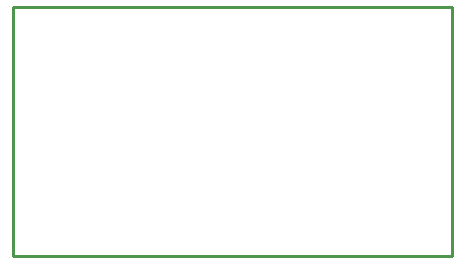
<source format=gko>
G04 Layer: BoardOutlineLayer*
G04 EasyEDA Pro v2.2.40.3, 2025-08-02 18:00:09*
G04 Gerber Generator version 0.3*
G04 Scale: 100 percent, Rotated: No, Reflected: No*
G04 Dimensions in millimeters*
G04 Leading zeros omitted, absolute positions, 4 integers and 5 decimals*
G04 Generated by one-click*
%FSLAX45Y45*%
%MOMM*%
%ADD10C,0.254*%
%ADD11C,0.6684*%
G75*


G04 PolygonModel Start*
G54D10*
G01X15509999Y-8039301D02*
G01X15509999Y-8699299D01*

G04 Rect Start*
G01X11785600Y-9448800D02*
G01X11785600Y-7340600D01*
G01X15506700Y-7340600D01*
G01X15506700Y-9448800D01*
G01X11785600Y-9448800D01*
G04 Rect End*

M02*


</source>
